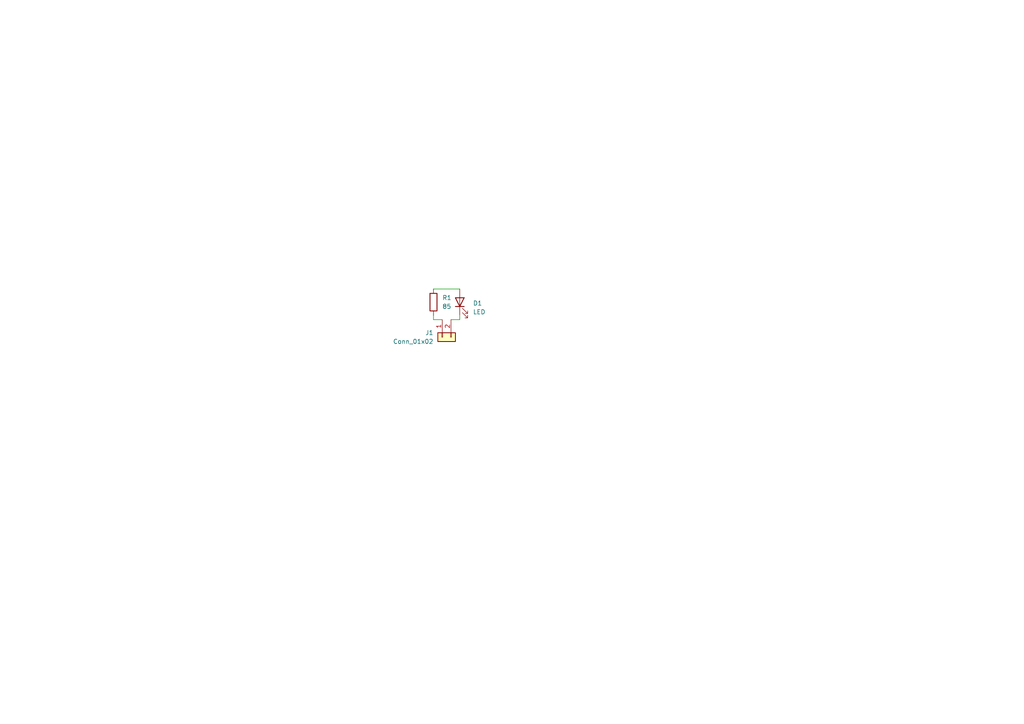
<source format=kicad_sch>
(kicad_sch
	(version 20231120)
	(generator "eeschema")
	(generator_version "8.0")
	(uuid "0e7b8c87-8ab1-4408-881b-5ee7ab51e70a")
	(paper "A4")
	(lib_symbols
		(symbol "Connector_Generic:Conn_01x02"
			(pin_names
				(offset 1.016) hide)
			(exclude_from_sim no)
			(in_bom yes)
			(on_board yes)
			(property "Reference" "J"
				(at 0 2.54 0)
				(effects
					(font
						(size 1.27 1.27)
					)
				)
			)
			(property "Value" "Conn_01x02"
				(at 0 -5.08 0)
				(effects
					(font
						(size 1.27 1.27)
					)
				)
			)
			(property "Footprint" ""
				(at 0 0 0)
				(effects
					(font
						(size 1.27 1.27)
					)
					(hide yes)
				)
			)
			(property "Datasheet" "~"
				(at 0 0 0)
				(effects
					(font
						(size 1.27 1.27)
					)
					(hide yes)
				)
			)
			(property "Description" "Generic connector, single row, 01x02, script generated (kicad-library-utils/schlib/autogen/connector/)"
				(at 0 0 0)
				(effects
					(font
						(size 1.27 1.27)
					)
					(hide yes)
				)
			)
			(property "ki_keywords" "connector"
				(at 0 0 0)
				(effects
					(font
						(size 1.27 1.27)
					)
					(hide yes)
				)
			)
			(property "ki_fp_filters" "Connector*:*_1x??_*"
				(at 0 0 0)
				(effects
					(font
						(size 1.27 1.27)
					)
					(hide yes)
				)
			)
			(symbol "Conn_01x02_1_1"
				(rectangle
					(start -1.27 -2.413)
					(end 0 -2.667)
					(stroke
						(width 0.1524)
						(type default)
					)
					(fill
						(type none)
					)
				)
				(rectangle
					(start -1.27 0.127)
					(end 0 -0.127)
					(stroke
						(width 0.1524)
						(type default)
					)
					(fill
						(type none)
					)
				)
				(rectangle
					(start -1.27 1.27)
					(end 1.27 -3.81)
					(stroke
						(width 0.254)
						(type default)
					)
					(fill
						(type background)
					)
				)
				(pin passive line
					(at -5.08 0 0)
					(length 3.81)
					(name "Pin_1"
						(effects
							(font
								(size 1.27 1.27)
							)
						)
					)
					(number "1"
						(effects
							(font
								(size 1.27 1.27)
							)
						)
					)
				)
				(pin passive line
					(at -5.08 -2.54 0)
					(length 3.81)
					(name "Pin_2"
						(effects
							(font
								(size 1.27 1.27)
							)
						)
					)
					(number "2"
						(effects
							(font
								(size 1.27 1.27)
							)
						)
					)
				)
			)
		)
		(symbol "Device:LED"
			(pin_numbers hide)
			(pin_names
				(offset 1.016) hide)
			(exclude_from_sim no)
			(in_bom yes)
			(on_board yes)
			(property "Reference" "D"
				(at 0 2.54 0)
				(effects
					(font
						(size 1.27 1.27)
					)
				)
			)
			(property "Value" "LED"
				(at 0 -2.54 0)
				(effects
					(font
						(size 1.27 1.27)
					)
				)
			)
			(property "Footprint" ""
				(at 0 0 0)
				(effects
					(font
						(size 1.27 1.27)
					)
					(hide yes)
				)
			)
			(property "Datasheet" "~"
				(at 0 0 0)
				(effects
					(font
						(size 1.27 1.27)
					)
					(hide yes)
				)
			)
			(property "Description" "Light emitting diode"
				(at 0 0 0)
				(effects
					(font
						(size 1.27 1.27)
					)
					(hide yes)
				)
			)
			(property "ki_keywords" "LED diode"
				(at 0 0 0)
				(effects
					(font
						(size 1.27 1.27)
					)
					(hide yes)
				)
			)
			(property "ki_fp_filters" "LED* LED_SMD:* LED_THT:*"
				(at 0 0 0)
				(effects
					(font
						(size 1.27 1.27)
					)
					(hide yes)
				)
			)
			(symbol "LED_0_1"
				(polyline
					(pts
						(xy -1.27 -1.27) (xy -1.27 1.27)
					)
					(stroke
						(width 0.254)
						(type default)
					)
					(fill
						(type none)
					)
				)
				(polyline
					(pts
						(xy -1.27 0) (xy 1.27 0)
					)
					(stroke
						(width 0)
						(type default)
					)
					(fill
						(type none)
					)
				)
				(polyline
					(pts
						(xy 1.27 -1.27) (xy 1.27 1.27) (xy -1.27 0) (xy 1.27 -1.27)
					)
					(stroke
						(width 0.254)
						(type default)
					)
					(fill
						(type none)
					)
				)
				(polyline
					(pts
						(xy -3.048 -0.762) (xy -4.572 -2.286) (xy -3.81 -2.286) (xy -4.572 -2.286) (xy -4.572 -1.524)
					)
					(stroke
						(width 0)
						(type default)
					)
					(fill
						(type none)
					)
				)
				(polyline
					(pts
						(xy -1.778 -0.762) (xy -3.302 -2.286) (xy -2.54 -2.286) (xy -3.302 -2.286) (xy -3.302 -1.524)
					)
					(stroke
						(width 0)
						(type default)
					)
					(fill
						(type none)
					)
				)
			)
			(symbol "LED_1_1"
				(pin passive line
					(at -3.81 0 0)
					(length 2.54)
					(name "K"
						(effects
							(font
								(size 1.27 1.27)
							)
						)
					)
					(number "1"
						(effects
							(font
								(size 1.27 1.27)
							)
						)
					)
				)
				(pin passive line
					(at 3.81 0 180)
					(length 2.54)
					(name "A"
						(effects
							(font
								(size 1.27 1.27)
							)
						)
					)
					(number "2"
						(effects
							(font
								(size 1.27 1.27)
							)
						)
					)
				)
			)
		)
		(symbol "Device:R"
			(pin_numbers hide)
			(pin_names
				(offset 0)
			)
			(exclude_from_sim no)
			(in_bom yes)
			(on_board yes)
			(property "Reference" "R"
				(at 2.032 0 90)
				(effects
					(font
						(size 1.27 1.27)
					)
				)
			)
			(property "Value" "R"
				(at 0 0 90)
				(effects
					(font
						(size 1.27 1.27)
					)
				)
			)
			(property "Footprint" ""
				(at -1.778 0 90)
				(effects
					(font
						(size 1.27 1.27)
					)
					(hide yes)
				)
			)
			(property "Datasheet" "~"
				(at 0 0 0)
				(effects
					(font
						(size 1.27 1.27)
					)
					(hide yes)
				)
			)
			(property "Description" "Resistor"
				(at 0 0 0)
				(effects
					(font
						(size 1.27 1.27)
					)
					(hide yes)
				)
			)
			(property "ki_keywords" "R res resistor"
				(at 0 0 0)
				(effects
					(font
						(size 1.27 1.27)
					)
					(hide yes)
				)
			)
			(property "ki_fp_filters" "R_*"
				(at 0 0 0)
				(effects
					(font
						(size 1.27 1.27)
					)
					(hide yes)
				)
			)
			(symbol "R_0_1"
				(rectangle
					(start -1.016 -2.54)
					(end 1.016 2.54)
					(stroke
						(width 0.254)
						(type default)
					)
					(fill
						(type none)
					)
				)
			)
			(symbol "R_1_1"
				(pin passive line
					(at 0 3.81 270)
					(length 1.27)
					(name "~"
						(effects
							(font
								(size 1.27 1.27)
							)
						)
					)
					(number "1"
						(effects
							(font
								(size 1.27 1.27)
							)
						)
					)
				)
				(pin passive line
					(at 0 -3.81 90)
					(length 1.27)
					(name "~"
						(effects
							(font
								(size 1.27 1.27)
							)
						)
					)
					(number "2"
						(effects
							(font
								(size 1.27 1.27)
							)
						)
					)
				)
			)
		)
	)
	(wire
		(pts
			(xy 133.35 92.71) (xy 133.35 91.44)
		)
		(stroke
			(width 0)
			(type default)
		)
		(uuid "084e6a73-20f4-4fe9-a6b6-274270b8cc95")
	)
	(wire
		(pts
			(xy 125.73 83.82) (xy 133.35 83.82)
		)
		(stroke
			(width 0)
			(type default)
		)
		(uuid "8b7a80c8-cd6a-4cf5-8126-3860979c81dd")
	)
	(wire
		(pts
			(xy 125.73 92.71) (xy 125.73 91.44)
		)
		(stroke
			(width 0)
			(type default)
		)
		(uuid "ba153b48-f2fd-4069-ad81-4de5e42a3c07")
	)
	(wire
		(pts
			(xy 128.27 92.71) (xy 125.73 92.71)
		)
		(stroke
			(width 0)
			(type default)
		)
		(uuid "eecb015e-5521-4a41-8640-e9870b102656")
	)
	(wire
		(pts
			(xy 130.81 92.71) (xy 133.35 92.71)
		)
		(stroke
			(width 0)
			(type default)
		)
		(uuid "f11b2b2a-dc8f-4669-a4b9-761bc9548d1d")
	)
	(symbol
		(lib_id "Device:R")
		(at 125.73 87.63 0)
		(unit 1)
		(exclude_from_sim no)
		(in_bom yes)
		(on_board yes)
		(dnp no)
		(fields_autoplaced yes)
		(uuid "0a6f7bec-b0c6-4171-be25-ce3136a1d355")
		(property "Reference" "R1"
			(at 128.27 86.3599 0)
			(effects
				(font
					(size 1.27 1.27)
				)
				(justify left)
			)
		)
		(property "Value" "85"
			(at 128.27 88.8999 0)
			(effects
				(font
					(size 1.27 1.27)
				)
				(justify left)
			)
		)
		(property "Footprint" "Resistor_THT:R_Axial_DIN0207_L6.3mm_D2.5mm_P7.62mm_Horizontal"
			(at 123.952 87.63 90)
			(effects
				(font
					(size 1.27 1.27)
				)
				(hide yes)
			)
		)
		(property "Datasheet" "~"
			(at 125.73 87.63 0)
			(effects
				(font
					(size 1.27 1.27)
				)
				(hide yes)
			)
		)
		(property "Description" "Resistor"
			(at 125.73 87.63 0)
			(effects
				(font
					(size 1.27 1.27)
				)
				(hide yes)
			)
		)
		(pin "2"
			(uuid "b91ac973-e945-4dbb-9fc5-6f4881d5d741")
		)
		(pin "1"
			(uuid "06c6e9a9-84f9-46b7-a428-5efbb1a43a8b")
		)
		(instances
			(project ""
				(path "/0e7b8c87-8ab1-4408-881b-5ee7ab51e70a"
					(reference "R1")
					(unit 1)
				)
			)
		)
	)
	(symbol
		(lib_id "Connector_Generic:Conn_01x02")
		(at 128.27 97.79 90)
		(mirror x)
		(unit 1)
		(exclude_from_sim no)
		(in_bom yes)
		(on_board yes)
		(dnp no)
		(uuid "12b40f24-3dd4-4159-b239-ddd283f75775")
		(property "Reference" "J1"
			(at 125.73 96.5199 90)
			(effects
				(font
					(size 1.27 1.27)
				)
				(justify left)
			)
		)
		(property "Value" "Conn_01x02"
			(at 125.73 99.0599 90)
			(effects
				(font
					(size 1.27 1.27)
				)
				(justify left)
			)
		)
		(property "Footprint" "Connector_JST:JST_PH_S2B-PH-K_1x02_P2.00mm_Horizontal"
			(at 128.27 97.79 0)
			(effects
				(font
					(size 1.27 1.27)
				)
				(hide yes)
			)
		)
		(property "Datasheet" "~"
			(at 128.27 97.79 0)
			(effects
				(font
					(size 1.27 1.27)
				)
				(hide yes)
			)
		)
		(property "Description" "Generic connector, single row, 01x02, script generated (kicad-library-utils/schlib/autogen/connector/)"
			(at 128.27 97.79 0)
			(effects
				(font
					(size 1.27 1.27)
				)
				(hide yes)
			)
		)
		(pin "2"
			(uuid "af4173fc-25b8-40c7-85ec-b1f6ec850d46")
		)
		(pin "1"
			(uuid "4ad37866-f8d0-4554-b959-26b6409e62fb")
		)
		(instances
			(project ""
				(path "/0e7b8c87-8ab1-4408-881b-5ee7ab51e70a"
					(reference "J1")
					(unit 1)
				)
			)
		)
	)
	(symbol
		(lib_id "Device:LED")
		(at 133.35 87.63 90)
		(unit 1)
		(exclude_from_sim no)
		(in_bom yes)
		(on_board yes)
		(dnp no)
		(fields_autoplaced yes)
		(uuid "731efb2b-765d-44b7-9f6d-794ae7f284a7")
		(property "Reference" "D1"
			(at 137.16 87.9474 90)
			(effects
				(font
					(size 1.27 1.27)
				)
				(justify right)
			)
		)
		(property "Value" "LED"
			(at 137.16 90.4874 90)
			(effects
				(font
					(size 1.27 1.27)
				)
				(justify right)
			)
		)
		(property "Footprint" "LED_THT:LED_D3.0mm"
			(at 133.35 87.63 0)
			(effects
				(font
					(size 1.27 1.27)
				)
				(hide yes)
			)
		)
		(property "Datasheet" "~"
			(at 133.35 87.63 0)
			(effects
				(font
					(size 1.27 1.27)
				)
				(hide yes)
			)
		)
		(property "Description" "Light emitting diode"
			(at 133.35 87.63 0)
			(effects
				(font
					(size 1.27 1.27)
				)
				(hide yes)
			)
		)
		(pin "1"
			(uuid "d9b18f92-0687-436f-aac9-434cc48dc738")
		)
		(pin "2"
			(uuid "b61103d9-4001-4d15-adbb-db622e78bf74")
		)
		(instances
			(project ""
				(path "/0e7b8c87-8ab1-4408-881b-5ee7ab51e70a"
					(reference "D1")
					(unit 1)
				)
			)
		)
	)
	(sheet_instances
		(path "/"
			(page "1")
		)
	)
)

</source>
